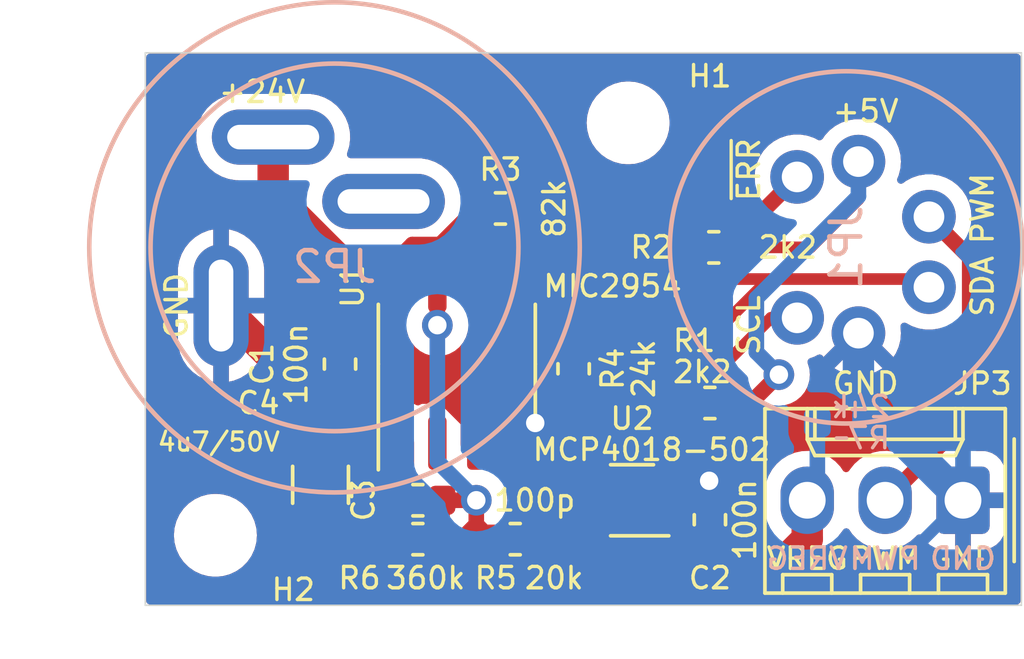
<source format=kicad_pcb>
(kicad_pcb (version 20221018) (generator pcbnew)
  (layers (0 "F.Cu" signal) (31 "B.Cu" signal) (34 "B.Paste" user) (35 "F.Paste" user) (36 "B.SilkS" user "B.Silkscreen") (37 "F.SilkS" user "F.Silkscreen") (38 "B.Mask" user) (39 "F.Mask" user) (44 "Edge.Cuts" user))
  (net 0 "")
  (net 1 "GND")
  (net 2 "+24V")
  (net 3 "+5V")
  (net 4 "/VREGOUT")
  (net 5 "Net-(C3-Pad2)")
  (net 6 "/SDA")
  (net 7 "/PWM")
  (net 8 "/SCL")
  (net 9 "/~{ERR}")
  (net 10 "Net-(R5-Pad2)")
  (footprint "Capacitor_SMD:C_0603_1608Metric" (layer "F.Cu") (at 135.255 102.87 90)
    (fp_text reference "C2" (at -1.905 0 180) (layer "F.SilkS") (effects (font (size 0.7 0.7) (thickness 0.11))))
    (fp_text value "100n" (at 0 1.143 90) (layer "F.SilkS") (effects (font (size 0.7 0.7) (thickness 0.11))))
    (fp_line (start -0.162779 -0.51) (end 0.162779 -0.51) (stroke (width 0.12)) (layer "F.SilkS"))
    (fp_line (start -0.162779 0.51) (end 0.162779 0.51) (stroke (width 0.12)) (layer "F.SilkS"))
    (pad "1" smd roundrect (at -0.7875 0 90) (size 0.875 0.95) (layers "F.Cu" "F.Paste" "F.Mask") (net 3 "+5V"))
    (pad "2" smd roundrect (at 0.7875 0 90) (size 0.875 0.95) (layers "F.Cu" "F.Paste" "F.Mask") (net 1 "GND"))
  )
  (footprint "Capacitor_SMD:C_0603_1608Metric" (layer "F.Cu") (at 125.73 102.235)
    (fp_text reference "C3" (at -1.778 0 90) (layer "F.SilkS") (effects (font (size 0.7 0.7) (thickness 0.11))))
    (fp_text value "100p" (at 3.81 0) (layer "F.SilkS") (effects (font (size 0.7 0.7) (thickness 0.11))))
    (fp_line (start -0.162779 -0.51) (end 0.162779 -0.51) (stroke (width 0.12)) (layer "F.SilkS"))
    (fp_line (start -0.162779 0.51) (end 0.162779 0.51) (stroke (width 0.12)) (layer "F.SilkS"))
    (pad "1" smd roundrect (at -0.7875 0) (size 0.875 0.95) (layers "F.Cu" "F.Paste" "F.Mask") (net 4 "/VREGOUT"))
    (pad "2" smd roundrect (at 0.7875 0) (size 0.875 0.95) (layers "F.Cu" "F.Paste" "F.Mask") (net 5 "Net-(C3-Pad2)"))
  )
  (footprint "Connector_Molex:Molex_KK-254_AE-6410-03A_1x03_P2.54mm_Vertical" (layer "F.Cu") (at 143.51 102.235 180)
    (fp_text reference "JP3" (at -0.635 3.81 180) (layer "F.SilkS") (effects (font (size 0.7 0.7) (thickness 0.11))))
    (fp_text value "KK_3way")
    (fp_line (start -1.67 -2) (end -1.67 2) (stroke (width 0.12)) (layer "F.SilkS"))
    (fp_line (start -1.38 -3.03) (end -1.38 2.99) (stroke (width 0.12)) (layer "F.SilkS"))
    (fp_line (start -1.38 2.99) (end 6.46 2.99) (stroke (width 0.12)) (layer "F.SilkS"))
    (fp_line (start -0.8 -3.03) (end -0.8 -2.43) (stroke (width 0.12)) (layer "F.SilkS"))
    (fp_line (start -0.8 -2.43) (end 0.8 -2.43) (stroke (width 0.12)) (layer "F.SilkS"))
    (fp_line (start 0 1.99) (end 0.25 1.46) (stroke (width 0.12)) (layer "F.SilkS"))
    (fp_line (start 0 1.99) (end 5.08 1.99) (stroke (width 0.12)) (layer "F.SilkS"))
    (fp_line (start 0 2.99) (end 0 1.99) (stroke (width 0.12)) (layer "F.SilkS"))
    (fp_line (start 0.25 1.46) (end 4.83 1.46) (stroke (width 0.12)) (layer "F.SilkS"))
    (fp_line (start 0.25 2.99) (end 0.25 1.99) (stroke (width 0.12)) (layer "F.SilkS"))
    (fp_line (start 0.8 -2.43) (end 0.8 -3.03) (stroke (width 0.12)) (layer "F.SilkS"))
    (fp_line (start 1.74 -3.03) (end 1.74 -2.43) (stroke (width 0.12)) (layer "F.SilkS"))
    (fp_line (start 1.74 -2.43) (end 3.34 -2.43) (stroke (width 0.12)) (layer "F.SilkS"))
    (fp_line (start 3.34 -2.43) (end 3.34 -3.03) (stroke (width 0.12)) (layer "F.SilkS"))
    (fp_line (start 4.28 -3.03) (end 4.28 -2.43) (stroke (width 0.12)) (layer "F.SilkS"))
    (fp_line (start 4.28 -2.43) (end 5.88 -2.43) (stroke (width 0.12)) (layer "F.SilkS"))
    (fp_line (start 4.83 1.46) (end 5.08 1.99) (stroke (width 0.12)) (layer "F.SilkS"))
    (fp_line (start 4.83 2.99) (end 4.83 1.99) (stroke (width 0.12)) (layer "F.SilkS"))
    (fp_line (start 5.08 1.99) (end 5.08 2.99) (stroke (width 0.12)) (layer "F.SilkS"))
    (fp_line (start 5.88 -2.43) (end 5.88 -3.03) (stroke (width 0.12)) (layer "F.SilkS"))
    (fp_line (start 6.46 -3.03) (end -1.38 -3.03) (stroke (width 0.12)) (layer "F.SilkS"))
    (fp_line (start 6.46 2.99) (end 6.46 -3.03) (stroke (width 0.12)) (layer "F.SilkS"))
    (pad "1" thru_hole roundrect (at 0 0 180) (size 1.74 2.2) (drill 1.2) (layers "*.Cu" "*.Mask") (roundrect_rratio 0.143678) (net 1 "GND"))
    (pad "2" thru_hole oval (at 2.54 0 180) (size 1.74 2.2) (drill 1.2) (layers "*.Cu" "*.Mask") (net 7 "/PWM"))
    (pad "3" thru_hole oval (at 5.08 0 180) (size 1.74 2.2) (drill 1.2) (layers "*.Cu" "*.Mask") (net 4 "/VREGOUT"))
  )
  (footprint "Resistor_SMD:R_0603_1608Metric" (layer "F.Cu") (at 128.4225 92.71)
    (fp_text reference "R3" (at 0 -1.27) (layer "F.SilkS") (effects (font (size 0.7 0.7) (thickness 0.11))))
    (fp_text value "82k" (at 1.7525 0 90) (layer "F.SilkS") (effects (font (size 0.7 0.7) (thickness 0.11))))
    (fp_line (start -0.162779 -0.51) (end 0.162779 -0.51) (stroke (width 0.12)) (layer "F.SilkS"))
    (fp_line (start -0.162779 0.51) (end 0.162779 0.51) (stroke (width 0.12)) (layer "F.SilkS"))
    (pad "1" smd roundrect (at -0.7875 0) (size 0.875 0.95) (layers "F.Cu" "F.Paste" "F.Mask") (net 2 "+24V"))
    (pad "2" smd roundrect (at 0.7875 0) (size 0.875 0.95) (layers "F.Cu" "F.Paste" "F.Mask") (net 9 "/~{ERR}"))
  )
  (footprint "Resistor_SMD:R_0603_1608Metric" (layer "F.Cu") (at 128.905 103.505)
    (fp_text reference "R5" (at -0.635 1.27) (layer "F.SilkS") (effects (font (size 0.7 0.7) (thickness 0.11))))
    (fp_text value "20k" (at 1.27 1.27) (layer "F.SilkS") (effects (font (size 0.7 0.7) (thickness 0.11))))
    (fp_line (start -0.162779 -0.51) (end 0.162779 -0.51) (stroke (width 0.12)) (layer "F.SilkS"))
    (fp_line (start -0.162779 0.51) (end 0.162779 0.51) (stroke (width 0.12)) (layer "F.SilkS"))
    (pad "1" smd roundrect (at -0.7875 0) (size 0.875 0.95) (layers "F.Cu" "F.Paste" "F.Mask") (net 5 "Net-(C3-Pad2)"))
    (pad "2" smd roundrect (at 0.7875 0) (size 0.875 0.95) (layers "F.Cu" "F.Paste" "F.Mask") (net 10 "Net-(R5-Pad2)"))
  )
  (footprint "Resistor_SMD:R_0603_1608Metric" (layer "F.Cu") (at 125.73 103.505)
    (fp_text reference "R6" (at -1.905 1.27) (layer "F.SilkS") (effects (font (size 0.7 0.7) (thickness 0.11))))
    (fp_text value "360k" (at 0.254 1.27) (layer "F.SilkS") (effects (font (size 0.7 0.7) (thickness 0.11))))
    (fp_line (start -0.162779 -0.51) (end 0.162779 -0.51) (stroke (width 0.12)) (layer "F.SilkS"))
    (fp_line (start -0.162779 0.51) (end 0.162779 0.51) (stroke (width 0.12)) (layer "F.SilkS"))
    (pad "1" smd roundrect (at -0.7875 0) (size 0.875 0.95) (layers "F.Cu" "F.Paste" "F.Mask") (net 4 "/VREGOUT"))
    (pad "2" smd roundrect (at 0.7875 0) (size 0.875 0.95) (layers "F.Cu" "F.Paste" "F.Mask") (net 5 "Net-(C3-Pad2)"))
  )
  (footprint "Package_SO:SO-8_3.9x4.9mm_P1.27mm" (layer "F.Cu") (at 127 97.79 90)
    (fp_text reference "U1" (at 2.54 -3.4 90) (layer "F.SilkS") (effects (font (size 0.7 0.7) (thickness 0.11))))
    (fp_text value "MIC2954" (at 2.54 5.08 180) (layer "F.SilkS") (effects (font (size 0.7 0.7) (thickness 0.11))))
    (fp_line (start 0 -2.56) (end -3.45 -2.56) (stroke (width 0.12)) (layer "F.SilkS"))
    (fp_line (start 0 -2.56) (end 1.95 -2.56) (stroke (width 0.12)) (layer "F.SilkS"))
    (fp_line (start 0 2.56) (end -1.95 2.56) (stroke (width 0.12)) (layer "F.SilkS"))
    (fp_line (start 0 2.56) (end 1.95 2.56) (stroke (width 0.12)) (layer "F.SilkS"))
    (pad "1" smd roundrect (at -2.575 -1.905 90) (size 1.75 0.6) (layers "F.Cu" "F.Paste" "F.Mask") (net 4 "/VREGOUT"))
    (pad "2" smd roundrect (at -2.575 -0.635 90) (size 1.75 0.6) (layers "F.Cu" "F.Paste" "F.Mask"))
    (pad "3" smd roundrect (at -2.575 0.635 90) (size 1.75 0.6) (layers "F.Cu" "F.Paste" "F.Mask") (net 1 "GND"))
    (pad "4" smd roundrect (at -2.575 1.905 90) (size 1.75 0.6) (layers "F.Cu" "F.Paste" "F.Mask") (net 1 "GND"))
    (pad "5" smd roundrect (at 2.575 1.905 90) (size 1.75 0.6) (layers "F.Cu" "F.Paste" "F.Mask") (net 9 "/~{ERR}"))
    (pad "6" smd roundrect (at 2.575 0.635 90) (size 1.75 0.6) (layers "F.Cu" "F.Paste" "F.Mask"))
    (pad "7" smd roundrect (at 2.575 -0.635 90) (size 1.75 0.6) (layers "F.Cu" "F.Paste" "F.Mask") (net 5 "Net-(C3-Pad2)"))
    (pad "8" smd roundrect (at 2.575 -1.905 90) (size 1.75 0.6) (layers "F.Cu" "F.Paste" "F.Mask") (net 2 "+24V"))
  )
  (footprint "Package_TO_SOT_SMD:SOT-363_SC-70-6" (layer "F.Cu") (at 132.715 102.235 180)
    (fp_text reference "U2" (at 0 2.667) (layer "F.SilkS") (effects (font (size 0.7 0.7) (thickness 0.11))))
    (fp_text value "MCP4018-502" (at -0.635 1.651 180) (layer "F.SilkS") (effects (font (size 0.7 0.7) (thickness 0.11))))
    (fp_line (start -0.7 1.16) (end 0.7 1.16) (stroke (width 0.12)) (layer "F.SilkS"))
    (fp_line (start 0.7 -1.16) (end -1.2 -1.16) (stroke (width 0.12)) (layer "F.SilkS"))
    (pad "1" smd rect (at -0.95 -0.65 180) (size 0.65 0.4) (layers "F.Cu" "F.Paste" "F.Mask") (net 3 "+5V"))
    (pad "2" smd rect (at -0.95 0 180) (size 0.65 0.4) (layers "F.Cu" "F.Paste" "F.Mask") (net 1 "GND"))
    (pad "3" smd rect (at -0.95 0.65 180) (size 0.65 0.4) (layers "F.Cu" "F.Paste" "F.Mask") (net 8 "/SCL"))
    (pad "4" smd rect (at 0.95 0.65 180) (size 0.65 0.4) (layers "F.Cu" "F.Paste" "F.Mask") (net 6 "/SDA"))
    (pad "5" smd rect (at 0.95 0 180) (size 0.65 0.4) (layers "F.Cu" "F.Paste" "F.Mask") (net 10 "Net-(R5-Pad2)"))
    (pad "6" smd rect (at 0.95 -0.65 180) (size 0.65 0.4) (layers "F.Cu" "F.Paste" "F.Mask"))
  )
  (footprint "Resistor_SMD:R_0603_1608Metric" (layer "F.Cu") (at 130.81 97.9425 -90)
    (fp_text reference "R4" (at 0 -1.27 270) (layer "F.SilkS") (effects (font (size 0.7 0.7) (thickness 0.11))))
    (fp_text value "24k" (at 0 -2.286 90) (layer "F.SilkS") (effects (font (size 0.7 0.7) (thickness 0.11))))
    (fp_line (start -0.162779 -0.51) (end 0.162779 -0.51) (stroke (width 0.12)) (layer "F.SilkS"))
    (fp_line (start -0.162779 0.51) (end 0.162779 0.51) (stroke (width 0.12)) (layer "F.SilkS"))
    (pad "1" smd roundrect (at -0.7875 0 270) (size 0.875 0.95) (layers "F.Cu" "F.Paste" "F.Mask") (net 9 "/~{ERR}"))
    (pad "2" smd roundrect (at 0.7875 0 270) (size 0.875 0.95) (layers "F.Cu" "F.Paste" "F.Mask") (net 1 "GND"))
  )
  (footprint "Capacitor_SMD:C_0603_1608Metric" (layer "F.Cu") (at 123.19 97.79 -90)
    (fp_text reference "C1" (at 0 2.54 90) (layer "F.SilkS") (effects (font (size 0.7 0.7) (thickness 0.11))))
    (fp_text value "100n" (at 0 1.43 90) (layer "F.SilkS") (effects (font (size 0.7 0.7) (thickness 0.11))))
    (fp_line (start -0.162779 -0.51) (end 0.162779 -0.51) (stroke (width 0.12)) (layer "F.SilkS"))
    (fp_line (start -0.162779 0.51) (end 0.162779 0.51) (stroke (width 0.12)) (layer "F.SilkS"))
    (pad "1" smd roundrect (at -0.7875 0 270) (size 0.875 0.95) (layers "F.Cu" "F.Paste" "F.Mask") (net 2 "+24V"))
    (pad "2" smd roundrect (at 0.7875 0 270) (size 0.875 0.95) (layers "F.Cu" "F.Paste" "F.Mask") (net 1 "GND"))
  )
  (footprint "MountingHole:MountingHole_2.2mm_M2" (layer "F.Cu") (at 119.126 103.378)
    (fp_text reference "H2" (at 2.54 1.778) (layer "F.SilkS") (effects (font (size 0.7 0.7) (thickness 0.11))))
    (fp_text value "M2 Mounting Hole")
    (pad "" np_thru_hole circle (at 0 0) (size 2.2 2.2) (drill 2.2) (layers "*.Cu" "*.Mask"))
  )
  (footprint "Capacitor_SMD:C_1206_3216Metric" (layer "F.Cu") (at 122.555 101.73 90)
    (fp_text reference "C4" (at 2.67 -1.27 180) (layer "F.SilkS") (effects (font (size 0.7 0.7) (thickness 0.11)) (justify right)))
    (fp_text value "4u7/50V" (at 1.4 -1.27 180) (layer "F.SilkS") (effects (font (size 0.6 0.6) (thickness 0.1)) (justify right)))
    (fp_line (start -0.602064 -0.91) (end 0.602064 -0.91) (stroke (width 0.12)) (layer "F.SilkS"))
    (fp_line (start -0.602064 0.91) (end 0.602064 0.91) (stroke (width 0.12)) (layer "F.SilkS"))
    (pad "1" smd roundrect (at -1.4 0 90) (size 1.25 1.75) (layers "F.Cu" "F.Paste" "F.Mask") (roundrect_rratio 0.2) (net 4 "/VREGOUT"))
    (pad "2" smd roundrect (at 1.4 0 90) (size 1.25 1.75) (layers "F.Cu" "F.Paste" "F.Mask") (roundrect_rratio 0.2) (net 1 "GND"))
  )
  (footprint "MountingHole:MountingHole_2.2mm_M2" (layer "F.Cu") (at 132.588 89.916)
    (fp_text reference "H1" (at 2.667 -1.524) (layer "F.SilkS") (effects (font (size 0.7 0.7) (thickness 0.11))))
    (fp_text value "M2 Mounting Hole")
    (pad "" np_thru_hole circle (at 0 0) (size 2.2 2.2) (drill 2.2) (layers "*.Cu" "*.Mask"))
  )
  (footprint "Resistor_SMD:R_0603_1608Metric" (layer "F.Cu") (at 135.255 99.06 180)
    (fp_text reference "R1" (at 1.27 2.032) (layer "F.SilkS") (effects (font (size 0.7 0.7) (thickness 0.11)) (justify left)))
    (fp_text value "2k2" (at 1.27 1.016) (layer "F.SilkS") (effects (font (size 0.7 0.7) (thickness 0.11)) (justify left)))
    (fp_line (start -0.162779 -0.51) (end 0.162779 -0.51) (stroke (width 0.12)) (layer "F.SilkS"))
    (fp_line (start -0.162779 0.51) (end 0.162779 0.51) (stroke (width 0.12)) (layer "F.SilkS"))
    (pad "1" smd roundrect (at -0.7875 0 180) (size 0.875 0.95) (layers "F.Cu" "F.Paste" "F.Mask") (net 3 "+5V"))
    (pad "2" smd roundrect (at 0.7875 0 180) (size 0.875 0.95) (layers "F.Cu" "F.Paste" "F.Mask") (net 8 "/SCL"))
  )
  (footprint "Resistor_SMD:R_0603_1608Metric" (layer "F.Cu") (at 135.382 93.98 180)
    (fp_text reference "R2" (at 2.032 0) (layer "F.SilkS") (effects (font (size 0.7 0.7) (thickness 0.11))))
    (fp_text value "2k2" (at -2.413 0) (layer "F.SilkS") (effects (font (size 0.7 0.7) (thickness 0.11))))
    (fp_line (start -0.162779 -0.51) (end 0.162779 -0.51) (stroke (width 0.12)) (layer "F.SilkS"))
    (fp_line (start -0.162779 0.51) (end 0.162779 0.51) (stroke (width 0.12)) (layer "F.SilkS"))
    (pad "1" smd roundrect (at -0.7875 0 180) (size 0.875 0.95) (layers "F.Cu" "F.Paste" "F.Mask") (net 3 "+5V"))
    (pad "2" smd roundrect (at 0.7875 0 180) (size 0.875 0.95) (layers "F.Cu" "F.Paste" "F.Mask") (net 6 "/SDA"))
  )
  (footprint "jakub:2.1mmBarrelJackTop" (layer "B.Cu") (at 123.010001 93.98)
    (fp_text reference "JP2" (at 0 0.635) (layer "B.SilkS") (effects (justify mirror)))
    (fp_text value "Barrel_Jack_Switch_Pin3Ring")
    (fp_circle (center 0 0) (end 6 0) (stroke (width 0.15)) (fill none) (layer "B.SilkS"))
    (fp_circle (center 0 0) (end 8 0) (stroke (width 0.15)) (fill none) (layer "B.SilkS"))
    (pad "1" thru_hole oval (at -2 -3.6) (size 4 1.8) (drill oval 3 0.8) (layers "*.Cu" "*.Mask") (net 2 "+24V"))
    (pad "2" thru_hole oval (at 1.6 -1.5) (size 4 1.8) (drill oval 3 0.8) (layers "*.Cu" "*.Mask"))
    (pad "3" thru_hole oval (at -3.7 1.9) (size 1.8 4) (drill oval 0.8 3) (layers "*.Cu" "*.Mask") (net 1 "GND"))
  )
  (footprint "jakub:MiniDIN6way" (layer "B.Cu") (at 139.7 93.98 -90)
    (fp_text reference "JP1" (at 0 0 90) (layer "B.SilkS") (effects (justify mirror)))
    (fp_text value "Mini-DIN-6")
    (fp_circle (center 0 0) (end 5.75 0) (stroke (width 0.15)) (fill none) (layer "B.SilkS"))
    (pad "1" thru_hole circle (at 1.3 -2.7 270) (size 1.75 1.75) (drill 1) (layers "*.Cu" "*.Mask") (net 6 "/SDA"))
    (pad "2" thru_hole circle (at -1 -2.7 270) (size 1.75 1.75) (drill 1) (layers "*.Cu" "*.Mask") (net 7 "/PWM"))
    (pad "3" thru_hole circle (at 2.8 -0.4 270) (size 1.75 1.75) (drill 1) (layers "*.Cu" "*.Mask") (net 1 "GND"))
    (pad "4" thru_hole circle (at -2.8 -0.4 270) (size 1.75 1.75) (drill 1) (layers "*.Cu" "*.Mask") (net 3 "+5V"))
    (pad "5" thru_hole circle (at 2.3 1.6 270) (size 1.75 1.75) (drill 1) (layers "*.Cu" "*.Mask") (net 8 "/SCL"))
    (pad "6" thru_hole circle (at -2.3 1.6 270) (size 1.75 1.75) (drill 1) (layers "*.Cu" "*.Mask") (net 9 "/~{ERR}"))
  )
  (footprint "Resistor_SMD:R_0603_1608Metric" (layer "B.Cu") (at 139.5475 99.695)
    (fp_text reference "R7" (at 1.651 0.508 180) (layer "B.SilkS") (effects (font (size 0.7 0.7) (thickness 0.11)) (justify left mirror)))
    (fp_text value "24k" (at 1.651 -0.508 180) (layer "B.SilkS") (effects (font (size 0.7 0.7) (thickness 0.11)) (justify left mirror)))
    (fp_line (start -0.162779 -0.51) (end 0.162779 -0.51) (stroke (width 0.12)) (layer "B.SilkS"))
    (fp_line (start -0.162779 0.51) (end 0.162779 0.51) (stroke (width 0.12)) (layer "B.SilkS"))
    (pad "1" smd roundrect (at -0.7875 0) (size 0.875 0.95) (layers "B.Cu" "B.Paste" "B.Mask") (net 4 "/VREGOUT"))
    (pad "2" smd roundrect (at 0.7875 0) (size 0.875 0.95) (layers "B.Cu" "B.Paste" "B.Mask") (net 1 "GND"))
  )
  (gr_line (start 145.415 87.63) (end 116.84 87.63) (stroke (width 0.05)) (layer "Edge.Cuts"))
  (gr_line (start 116.84 105.664) (end 145.415 105.664) (stroke (width 0.05)) (layer "Edge.Cuts"))
  (gr_line (start 116.84 87.63) (end 116.84 105.664) (stroke (width 0.05)) (layer "Edge.Cuts"))
  (gr_line (start 145.415 105.664) (end 145.415 87.63) (stroke (width 0.05)) (layer "Edge.Cuts"))
  (gr_text "GND" (at 143.51 104.14) (layer "B.SilkS") (effects (font (size 0.7 0.7) (thickness 0.11)) (justify mirror)))
  (gr_text "PWM" (at 140.97 104.14) (layer "B.SilkS") (effects (font (size 0.7 0.7) (thickness 0.11)) (justify mirror)))
  (gr_text "VREG" (at 138.43 104.14) (layer "B.SilkS") (effects (font (size 0.7 0.7) (thickness 0.11)) (justify mirror)))
  (gr_text "VREG" (at 138.43 104.14) (layer "F.SilkS") (effects (font (size 0.7 0.7) (thickness 0.11))))
  (gr_text "PWM" (at 140.97 104.14) (layer "F.SilkS") (effects (font (size 0.7 0.7) (thickness 0.11))))
  (gr_text "GND" (at 143.51 104.14) (layer "F.SilkS") (effects (font (size 0.7 0.7) (thickness 0.11))))
  (gr_text "+5V" (at 140.335 89.535) (layer "F.SilkS") (effects (font (size 0.7 0.7) (thickness 0.11))))
  (gr_text "PWM" (at 144.145 92.71 90) (layer "F.SilkS") (effects (font (size 0.7 0.7) (thickness 0.11))))
  (gr_text "SDA" (at 144.145 95.25 90) (layer "F.SilkS") (effects (font (size 0.7 0.7) (thickness 0.11))))
  (gr_text "GND" (at 140.335 98.425) (layer "F.SilkS") (effects (font (size 0.7 0.7) (thickness 0.11))))
  (gr_text "SCL" (at 136.525 96.52 90) (layer "F.SilkS") (effects (font (size 0.7 0.7) (thickness 0.11))))
  (gr_text "~{ERR}" (at 136.525 91.44 90) (layer "F.SilkS") (effects (font (size 0.7 0.7) (thickness 0.11))))
  (gr_text "GND" (at 117.856 95.885 90) (layer "F.SilkS") (effects (font (size 0.7 0.7) (thickness 0.11))))
  (gr_text "+24V" (at 120.65 88.9) (layer "F.SilkS") (effects (font (size 0.7 0.7) (thickness 0.11))))
  (segment (start 127.635 99.540932) (end 127.635 100.365) (width 1.024) (layer "F.Cu") (net 1))
  (segment (start 127.635 100.365) (end 128.905 100.365) (width 1.024) (layer "F.Cu") (net 1))
  (segment (start 122.007501 98.5775) (end 119.310001 95.88) (width 1.024) (layer "F.Cu") (net 1))
  (segment (start 133.665 102.235) (end 135.1025 102.235) (width 0.381) (layer "F.Cu") (net 1))
  (segment (start 129.5575 99.7125) (end 128.905 100.365) (width 1.024) (layer "F.Cu") (net 1))
  (segment (start 130.81 98.73) (end 130.54 98.73) (width 1.024) (layer "F.Cu") (net 1))
  (segment (start 126.671568 98.5775) (end 127.635 99.540932) (width 1.024) (layer "F.Cu") (net 1))
  (segment (start 135.1025 102.235) (end 135.255 102.0825) (width 0.381) (layer "F.Cu") (net 1))
  (segment (start 135.23001 102.05751) (end 135.255 102.0825) (width 0.381) (layer "F.Cu") (net 1))
  (segment (start 130.54 98.73) (end 129.5575 99.7125) (width 1.024) (layer "F.Cu") (net 1))
  (segment (start 122.555 100.33) (end 122.555 99.06) (width 1.024) (layer "F.Cu") (net 1))
  (segment (start 135.23001 101.6) (end 135.23001 102.05751) (width 0.381) (layer "F.Cu") (net 1))
  (segment (start 123.825 98.5775) (end 122.0725 98.5775) (width 1.024) (layer "F.Cu") (net 1))
  (segment (start 123.825 98.5775) (end 126.671568 98.5775) (width 1.024) (layer "F.Cu") (net 1))
  (segment (start 122.555 99.06) (end 122.0725 98.5775) (width 1.024) (layer "F.Cu") (net 1))
  (segment (start 122.0725 98.5775) (end 122.007501 98.5775) (width 1.024) (layer "F.Cu") (net 1))
  (via (at 135.23001 101.6) (size 1) (drill 0.6) (layers "F.Cu" "B.Cu") (net 1))
  (via (at 129.5575 99.7125) (size 1) (drill 0.6) (layers "F.Cu" "B.Cu") (net 1))
  (segment (start 137.297098 104.775) (end 135.23001 102.707912) (width 0.381) (layer "B.Cu") (net 1))
  (segment (start 140.1 98.825) (end 140.335 99.06) (width 1.024) (layer "B.Cu") (net 1))
  (segment (start 140.335 99.695) (end 140.335 99.06) (width 0.508) (layer "B.Cu") (net 1))
  (segment (start 135.23001 102.707912) (end 135.23001 101.6) (width 0.381) (layer "B.Cu") (net 1))
  (segment (start 140.335 99.06) (end 143.51 102.235) (width 1.024) (layer "B.Cu") (net 1))
  (segment (start 135.23001 101.57501) (end 135.23001 101.6) (width 0.381) (layer "B.Cu") (net 1))
  (segment (start 129.5575 99.7125) (end 133.3675 99.7125) (width 0.381) (layer "B.Cu") (net 1))
  (segment (start 140.97 104.775) (end 142.875 102.87) (width 0.381) (layer "B.Cu") (net 1))
  (segment (start 133.3675 99.7125) (end 135.23001 101.57501) (width 0.381) (layer "B.Cu") (net 1))
  (segment (start 140.97 104.775) (end 137.297098 104.775) (width 0.381) (layer "B.Cu") (net 1))
  (segment (start 140.1 96.78) (end 140.1 98.825) (width 1.024) (layer "B.Cu") (net 1))
  (segment (start 123.965275 95.215) (end 123.595138 94.844862) (width 1.024) (layer "F.Cu") (net 2))
  (segment (start 123.19 94.615) (end 123.277637 94.527363) (width 1.024) (layer "F.Cu") (net 2))
  (segment (start 123.277637 94.527363) (end 121.010001 92.259726) (width 1.024) (layer "F.Cu") (net 2))
  (segment (start 123.3075 97.0025) (end 125.095 95.215) (width 1.024) (layer "F.Cu") (net 2))
  (segment (start 123.825 95.074724) (end 123.595138 94.844862) (width 1.024) (layer "F.Cu") (net 2))
  (segment (start 125.095 95.215) (end 125.095 94.34) (width 0.508) (layer "F.Cu") (net 2))
  (segment (start 125.095 95.215) (end 123.965275 95.215) (width 1.024) (layer "F.Cu") (net 2))
  (segment (start 121.010001 92.259726) (end 121.010001 90.38) (width 1.024) (layer "F.Cu") (net 2))
  (segment (start 125.54901 93.88599) (end 126.45901 93.88599) (width 0.508) (layer "F.Cu") (net 2))
  (segment (start 123.595138 94.844862) (end 123.277637 94.527363) (width 1.024) (layer "F.Cu") (net 2))
  (segment (start 123.19 97.0025) (end 123.3075 97.0025) (width 1.024) (layer "F.Cu") (net 2))
  (segment (start 126.45901 93.88599) (end 127.635 92.71) (width 0.508) (layer "F.Cu") (net 2))
  (segment (start 125.095 94.34) (end 125.54901 93.88599) (width 0.508) (layer "F.Cu") (net 2))
  (segment (start 123.19 97.0025) (end 123.19 94.615) (width 1.024) (layer "F.Cu") (net 2))
  (segment (start 136.184011 99.354011) (end 136.184011 99.201511) (width 0.508) (layer "F.Cu") (net 3))
  (segment (start 135.255 103.6575) (end 136.184011 102.728489) (width 0.508) (layer "F.Cu") (net 3))
  (segment (start 134.4375 103.6575) (end 133.665 102.885) (width 0.381) (layer "F.Cu") (net 3))
  (segment (start 136.285347 99.354011) (end 136.184011 99.354011) (width 0.508) (layer "F.Cu") (net 3))
  (segment (start 140.1 92.417436) (end 140.1 91.18) (width 0.381) (layer "F.Cu") (net 3))
  (segment (start 136.1695 93.98) (end 138.537436 93.98) (width 0.381) (layer "F.Cu") (net 3))
  (segment (start 137.504679 98.134679) (end 136.285347 99.354011) (width 0.508) (layer "F.Cu") (net 3))
  (segment (start 136.184011 99.201511) (end 136.0425 99.06) (width 0.508) (layer "F.Cu") (net 3))
  (segment (start 136.184011 102.728489) (end 136.184011 99.354011) (width 0.508) (layer "F.Cu") (net 3))
  (segment (start 135.255 103.6575) (end 134.4375 103.6575) (width 0.381) (layer "F.Cu") (net 3))
  (segment (start 138.537436 93.98) (end 140.1 92.417436) (width 0.381) (layer "F.Cu") (net 3))
  (via (at 137.504679 98.134679) (size 1) (drill 0.6) (layers "F.Cu" "B.Cu") (net 3))
  (segment (start 140.1 92.313078) (end 136.770999 95.642079) (width 0.508) (layer "B.Cu") (net 3))
  (segment (start 136.770999 95.642079) (end 136.770999 97.400999) (width 0.508) (layer "B.Cu") (net 3))
  (segment (start 140.1 91.18) (end 140.1 92.313078) (width 0.508) (layer "B.Cu") (net 3))
  (segment (start 136.770999 97.400999) (end 137.504679 98.134679) (width 0.508) (layer "B.Cu") (net 3))
  (segment (start 125.72451 104.80701) (end 137.12799 104.80701) (width 1.024) (layer "F.Cu") (net 4))
  (segment (start 138.43 103.505) (end 138.43 102.235) (width 1.024) (layer "F.Cu") (net 4))
  (segment (start 125.095 100.365) (end 125.095 102.0825) (width 1.024) (layer "F.Cu") (net 4))
  (segment (start 125.095 102.0825) (end 124.9425 102.235) (width 1.024) (layer "F.Cu") (net 4))
  (segment (start 124.9425 103.505) (end 124.4225 103.505) (width 1.024) (layer "F.Cu") (net 4))
  (segment (start 122.555 103.13) (end 124.0475 103.13) (width 1.024) (layer "F.Cu") (net 4))
  (segment (start 124.9425 102.235) (end 124.9425 103.505) (width 1.024) (layer "F.Cu") (net 4))
  (segment (start 137.12799 104.80701) (end 138.43 103.505) (width 1.024) (layer "F.Cu") (net 4))
  (segment (start 125.72451 104.80701) (end 124.4225 103.505) (width 1.024) (layer "F.Cu") (net 4))
  (segment (start 124.0475 103.13) (end 124.9425 102.235) (width 1.024) (layer "F.Cu") (net 4))
  (segment (start 124.4225 103.505) (end 124.0475 103.13) (width 1.024) (layer "F.Cu") (net 4))
  (segment (start 138.76 101.905) (end 138.43 102.235) (width 0.508) (layer "B.Cu") (net 4))
  (segment (start 138.76 99.695) (end 138.76 101.905) (width 0.508) (layer "B.Cu") (net 4))
  (segment (start 126.365 95.215) (end 126.365 96.52) (width 0.508) (layer "F.Cu") (net 5))
  (segment (start 127.1525 103.505) (end 127.635 103.0225) (width 0.508) (layer "F.Cu") (net 5))
  (segment (start 127.635 102.235) (end 127.635 103.0225) (width 0.508) (layer "F.Cu") (net 5))
  (segment (start 127.635 103.0225) (end 128.1175 103.505) (width 0.508) (layer "F.Cu") (net 5))
  (segment (start 126.5175 102.235) (end 127.635 102.235) (width 0.508) (layer "F.Cu") (net 5))
  (segment (start 126.5175 103.505) (end 127.1525 103.505) (width 0.508) (layer "F.Cu") (net 5))
  (segment (start 126.5175 103.505) (end 126.5175 102.235) (width 0.508) (layer "F.Cu") (net 5))
  (via (at 126.365 96.52) (size 1) (drill 0.6) (layers "F.Cu" "B.Cu") (net 5))
  (via (at 127.635 102.235) (size 1) (drill 0.6) (layers "F.Cu" "B.Cu") (net 5))
  (segment (start 126.365 100.965) (end 127.635 102.235) (width 0.508) (layer "B.Cu") (net 5))
  (segment (start 126.365 96.52) (end 126.365 100.965) (width 0.508) (layer "B.Cu") (net 5))
  (segment (start 142.134499 95.014499) (end 137.176375 95.014499) (width 0.381) (layer "F.Cu") (net 6))
  (segment (start 135.628999 95.014499) (end 134.5945 93.98) (width 0.381) (layer "F.Cu") (net 6))
  (segment (start 137.176375 95.014499) (end 131.765 100.425874) (width 0.381) (layer "F.Cu") (net 6))
  (segment (start 137.176375 95.014499) (end 135.628999 95.014499) (width 0.381) (layer "F.Cu") (net 6))
  (segment (start 131.765 100.425874) (end 131.765 101.585) (width 0.381) (layer "F.Cu") (net 6))
  (segment (start 142.4 95.28) (end 142.134499 95.014499) (width 0.381) (layer "F.Cu") (net 6))
  (segment (start 143.729001 99.475999) (end 143.729001 94.309001) (width 0.508) (layer "F.Cu") (net 7))
  (segment (start 140.97 102.235) (end 143.729001 99.475999) (width 0.508) (layer "F.Cu") (net 7))
  (segment (start 143.729001 94.309001) (end 142.4 92.98) (width 0.508) (layer "F.Cu") (net 7))
  (segment (start 133.665 99.8625) (end 134.4675 99.06) (width 0.381) (layer "F.Cu") (net 8))
  (segment (start 134.4675 99.06) (end 137.2475 96.28) (width 0.381) (layer "F.Cu") (net 8))
  (segment (start 133.665 101.585) (end 133.665 99.8625) (width 0.381) (layer "F.Cu") (net 8))
  (segment (start 137.2475 96.28) (end 138.1 96.28) (width 0.381) (layer "F.Cu") (net 8))
  (segment (start 129.21 95.555) (end 130.81 97.155) (width 0.508) (layer "F.Cu") (net 9))
  (segment (start 129.21 92.71) (end 137.07 92.71) (width 0.508) (layer "F.Cu") (net 9))
  (segment (start 129.21 94.91) (end 128.905 95.215) (width 0.508) (layer "F.Cu") (net 9))
  (segment (start 129.21 94.91) (end 129.21 95.555) (width 0.508) (layer "F.Cu") (net 9))
  (segment (start 129.21 92.71) (end 129.21 94.91) (width 0.508) (layer "F.Cu") (net 9))
  (segment (start 137.07 92.71) (end 138.1 91.68) (width 0.508) (layer "F.Cu") (net 9))
  (segment (start 129.6925 103.505) (end 130.9625 102.235) (width 0.381) (layer "F.Cu") (net 10))
  (segment (start 130.9625 102.235) (end 131.765 102.235) (width 0.381) (layer "F.Cu") (net 10))
  (zone (net 1) (net_name "GND") (layer "F.Cu") (connect_pads (clearance 0.508)) (min_thickness 0.254) (fill yes (thermal_gap 0.508) (thermal_bridge_width 0.508))
    (polygon (pts (xy 145.415 105.664) (xy 116.84 105.664) (xy 116.84 87.63) (xy 145.415 87.63)))
  )
  (zone (net 1) (net_name "GND") (layer "B.Cu") (connect_pads (clearance 0.508)) (min_thickness 0.254) (fill yes (thermal_gap 0.508) (thermal_bridge_width 0.508))
    (polygon (pts (xy 145.415 105.664) (xy 116.84 105.664) (xy 116.84 87.63) (xy 145.415 87.63)))
  )
)
</source>
